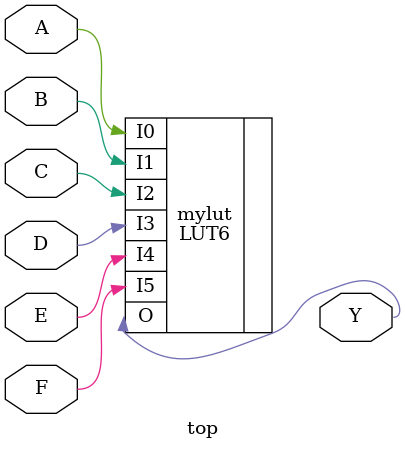
<source format=v>
module top(input A, B, C, D, E, F, output Y);
  LUT6 #(.INIT(64'h8000000000000000)) mylut (.O(Y), .I0(A), .I1(B), .I2(C), .I3(D), .I4(E), .I5(F));
endmodule

</source>
